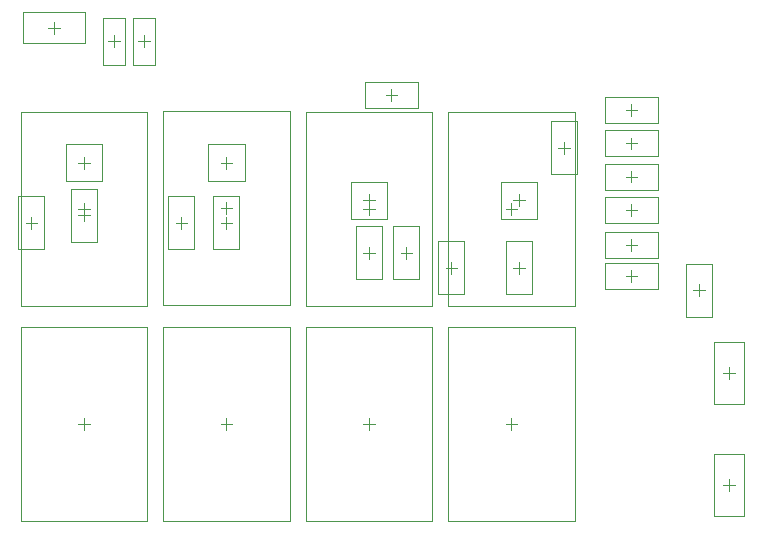
<source format=gbr>
%TF.GenerationSoftware,Altium Limited,Altium Designer,19.1.8 (144)*%
G04 Layer_Color=32768*
%FSLAX26Y26*%
%MOIN*%
%TF.FileFunction,Other,Mechanical_15*%
%TF.Part,Single*%
G01*
G75*
%TA.AperFunction,NonConductor*%
%ADD43C,0.003937*%
%ADD45C,0.001968*%
D43*
X2300000Y1130315D02*
Y1169685D01*
X2280315Y1150000D02*
X2319685D01*
X1255315Y1800000D02*
X1294685D01*
X1275000Y1780315D02*
Y1819685D01*
X2055315Y1749999D02*
X2094685D01*
X2075000Y1730314D02*
Y1769684D01*
X2055315Y1418749D02*
X2094685D01*
X2075000Y1399064D02*
Y1438434D01*
X2055315Y1529166D02*
X2094685D01*
X2075000Y1509481D02*
Y1548851D01*
X1850000Y1605315D02*
Y1644685D01*
X1830315Y1625000D02*
X1869685D01*
X725000Y1355315D02*
Y1394685D01*
X705315Y1375000D02*
X744685D01*
X1700000Y1205315D02*
Y1244685D01*
X1680315Y1225000D02*
X1719685D01*
X2055315Y1197916D02*
X2094685D01*
X2075000Y1178231D02*
Y1217601D01*
X575000Y1355315D02*
Y1394685D01*
X555315Y1375000D02*
X594685D01*
X75000Y1355315D02*
Y1394685D01*
X55315Y1375000D02*
X94685D01*
X250000Y1380315D02*
Y1419685D01*
X230315Y1400000D02*
X269685D01*
X2055315Y1639583D02*
X2094685D01*
X2075000Y1619898D02*
Y1659268D01*
X1475000Y1205315D02*
Y1244685D01*
X1455315Y1225000D02*
X1494685D01*
X1325000Y1255315D02*
Y1294685D01*
X1305315Y1275000D02*
X1344685D01*
X1200000Y1255315D02*
Y1294685D01*
X1180315Y1275000D02*
X1219685D01*
X2055315Y1300000D02*
X2094685D01*
X2075000Y1280315D02*
Y1319685D01*
X1200000Y1430315D02*
Y1469685D01*
X1180315Y1450000D02*
X1219685D01*
X1700000Y1430315D02*
Y1469685D01*
X1680315Y1450000D02*
X1719685D01*
X725000Y1555315D02*
Y1594685D01*
X705315Y1575000D02*
X744685D01*
X250000Y1555315D02*
Y1594685D01*
X230315Y1575000D02*
X269685D01*
X450000Y1960433D02*
Y1999803D01*
X430315Y1980118D02*
X469685D01*
X350000Y1960433D02*
Y1999803D01*
X330315Y1980118D02*
X369685D01*
X130315Y2025000D02*
X169685D01*
X150000Y2005315D02*
Y2044685D01*
X1675000Y683858D02*
Y723228D01*
X1655315Y703543D02*
X1694685D01*
X1675000Y1401772D02*
Y1441142D01*
X1655315Y1421457D02*
X1694685D01*
X1200000Y683858D02*
Y723228D01*
X1180315Y703543D02*
X1219685D01*
X1200000Y1401772D02*
Y1441142D01*
X1180315Y1421457D02*
X1219685D01*
X725000Y683858D02*
Y723228D01*
X705315Y703543D02*
X744685D01*
X725000Y1405315D02*
Y1444685D01*
X705315Y1425000D02*
X744685D01*
X250000Y683858D02*
Y723228D01*
X230315Y703543D02*
X269685D01*
X250000Y1401772D02*
Y1441142D01*
X230315Y1421457D02*
X269685D01*
X2400000Y855315D02*
Y894685D01*
X2380315Y875000D02*
X2419685D01*
X2400000Y480315D02*
Y519685D01*
X2380315Y500000D02*
X2419685D01*
D45*
X2256693Y1238583D02*
X2343307D01*
X2256693Y1061417D02*
X2343307D01*
X2256693D02*
Y1238583D01*
X2343307Y1061417D02*
Y1238583D01*
X1186417Y1756693D02*
Y1843307D01*
X1363582Y1756693D02*
Y1843307D01*
X1186417Y1756693D02*
X1363582D01*
X1186417Y1843307D02*
X1363582D01*
X2163583Y1706692D02*
Y1793306D01*
X1986417Y1706692D02*
Y1793306D01*
X2163583D01*
X1986417Y1706692D02*
X2163583D01*
X1986417Y1375442D02*
Y1462056D01*
X2163583Y1375442D02*
Y1462056D01*
X1986417Y1375442D02*
X2163583D01*
X1986417Y1462056D02*
X2163583D01*
Y1485859D02*
Y1572473D01*
X1986417Y1485859D02*
Y1572473D01*
X2163583D01*
X1986417Y1485859D02*
X2163583D01*
X1806693Y1536417D02*
X1893307D01*
X1806693Y1713583D02*
X1893307D01*
Y1536417D02*
Y1713583D01*
X1806693Y1536417D02*
Y1713583D01*
X681693Y1286417D02*
X768307D01*
X681693Y1463583D02*
X768307D01*
Y1286417D02*
Y1463583D01*
X681693Y1286417D02*
Y1463583D01*
X1656693Y1136417D02*
X1743307D01*
X1656693Y1313583D02*
X1743307D01*
Y1136417D02*
Y1313583D01*
X1656693Y1136417D02*
Y1313583D01*
X2163583Y1154609D02*
Y1241223D01*
X1986417Y1154609D02*
Y1241223D01*
X2163583D01*
X1986417Y1154609D02*
X2163583D01*
X531693Y1286417D02*
X618307D01*
X531693Y1463583D02*
X618307D01*
Y1286417D02*
Y1463583D01*
X531693Y1286417D02*
Y1463583D01*
X31693Y1286417D02*
X118307D01*
X31693Y1463583D02*
X118307D01*
Y1286417D02*
Y1463583D01*
X31693Y1286417D02*
Y1463583D01*
X206693Y1488583D02*
X293307D01*
X206693Y1311417D02*
X293307D01*
X206693D02*
Y1488583D01*
X293307Y1311417D02*
Y1488583D01*
X2163583Y1596275D02*
Y1682890D01*
X1986417Y1596275D02*
Y1682890D01*
X2163583D01*
X1986417Y1596275D02*
X2163583D01*
X1431693Y1313583D02*
X1518307D01*
X1431693Y1136417D02*
X1518307D01*
X1431693D02*
Y1313583D01*
X1518307Y1136417D02*
Y1313583D01*
X1281693Y1363583D02*
X1368307D01*
X1281693Y1186417D02*
X1368307D01*
X1281693D02*
Y1363583D01*
X1368307Y1186417D02*
Y1363583D01*
X1156693D02*
X1243307D01*
X1156693Y1186417D02*
X1243307D01*
X1156693D02*
Y1363583D01*
X1243307Y1186417D02*
Y1363583D01*
X1986417Y1256693D02*
Y1343307D01*
X2163583Y1256693D02*
Y1343307D01*
X1986417Y1256693D02*
X2163583D01*
X1986417Y1343307D02*
X2163583D01*
X1138583Y1388976D02*
X1261417D01*
X1138583Y1511024D02*
X1261417D01*
Y1388976D02*
Y1511024D01*
X1138583Y1388976D02*
Y1511024D01*
X1638583Y1388976D02*
X1761417D01*
X1638583Y1511024D02*
X1761417D01*
Y1388976D02*
Y1511024D01*
X1638583Y1388976D02*
Y1511024D01*
X663583Y1513976D02*
X786417D01*
X663583Y1636024D02*
X786417D01*
Y1513976D02*
Y1636024D01*
X663583Y1513976D02*
Y1636024D01*
X188583Y1513976D02*
X311417D01*
X188583Y1636024D02*
X311417D01*
Y1513976D02*
Y1636024D01*
X188583Y1513976D02*
Y1636024D01*
X412599Y2058858D02*
X487402D01*
X412599Y1901378D02*
X487402D01*
Y2058858D01*
X412599Y1901378D02*
Y2058858D01*
X312599D02*
X387402D01*
X312599Y1901378D02*
X387402D01*
Y2058858D01*
X312599Y1901378D02*
Y2058858D01*
X46063Y1973622D02*
X253937D01*
Y2076378D01*
X46063D02*
X253937D01*
X46063Y1973622D02*
Y2076378D01*
X1464567Y1026457D02*
X1885433D01*
X1464567Y381102D02*
X1885433D01*
Y1026457D01*
X1464567Y381102D02*
Y1026457D01*
Y1098543D02*
X1885433D01*
X1464567Y1743898D02*
X1885433D01*
X1464567Y1098543D02*
Y1743898D01*
X1885433Y1098543D02*
Y1743898D01*
X989567Y1026457D02*
X1410433D01*
X989567Y381102D02*
X1410433D01*
Y1026457D01*
X989567Y381102D02*
Y1026457D01*
Y1098543D02*
X1410433D01*
X989567Y1743898D02*
X1410433D01*
X989567Y1098543D02*
Y1743898D01*
X1410433Y1098543D02*
Y1743898D01*
X514567Y1026457D02*
X935433D01*
X514567Y381102D02*
X935433D01*
Y1026457D01*
X514567Y381102D02*
Y1026457D01*
Y1102087D02*
X935433D01*
X514567Y1747441D02*
X935433D01*
X514567Y1102087D02*
Y1747441D01*
X935433Y1102087D02*
Y1747441D01*
X39567Y1026457D02*
X460433D01*
X39567Y381102D02*
X460433D01*
Y1026457D01*
X39567Y381102D02*
Y1026457D01*
Y1098543D02*
X460433D01*
X39567Y1743898D02*
X460433D01*
X39567Y1098543D02*
Y1743898D01*
X460433Y1098543D02*
Y1743898D01*
X2451378Y771063D02*
Y978937D01*
X2348622D02*
X2451378D01*
X2348622Y771063D02*
Y978937D01*
Y771063D02*
X2451378D01*
Y396063D02*
Y603937D01*
X2348622D02*
X2451378D01*
X2348622Y396063D02*
Y603937D01*
Y396063D02*
X2451378D01*
%TF.MD5,6e738dd3b8a8a38c21dc64b7098f2d8b*%
M02*

</source>
